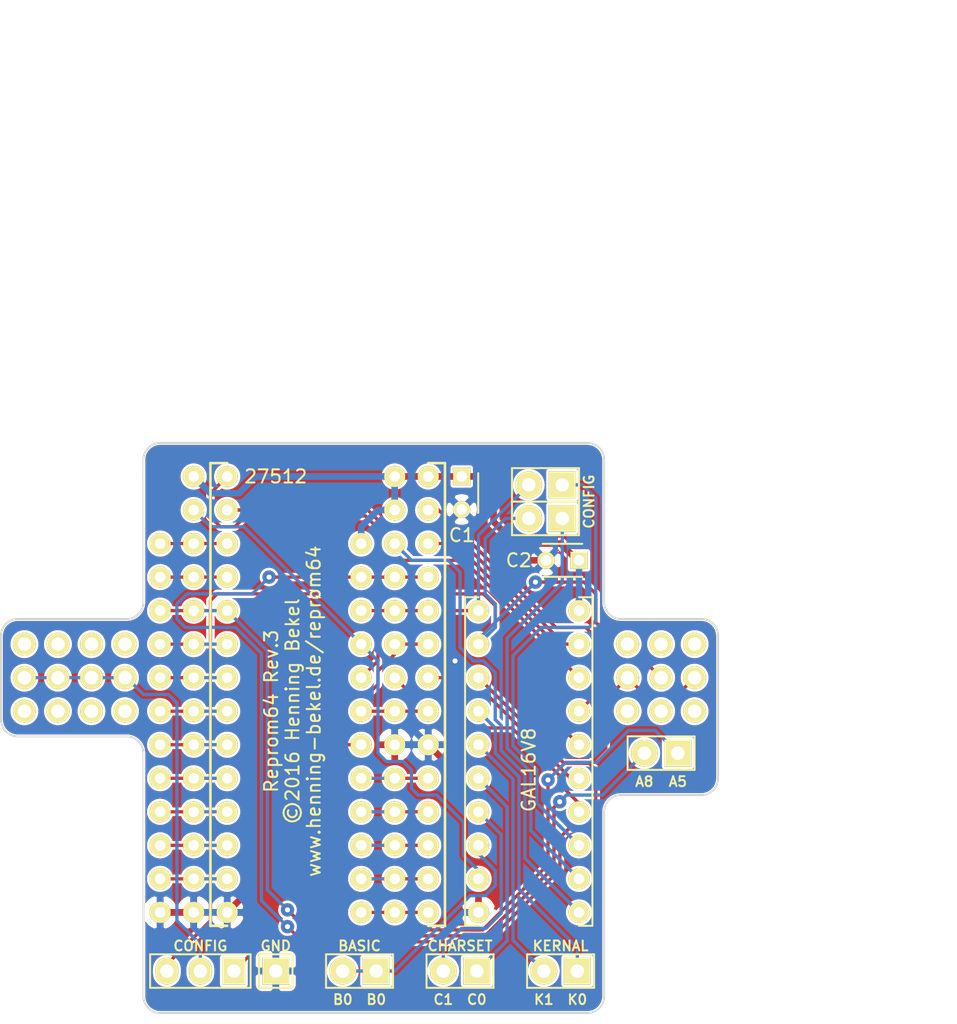
<source format=kicad_pcb>
(kicad_pcb (version 4) (host pcbnew 4.0.2-stable)
  (title_block (title "Reprom64 - Replacement ROM Adapter for the C64") (date 2016-07-28) (rev 3) (company "Henning Bekel") (comment 1 http://www.henning-bekel.de/reprom64))
  (layers (0 F.Cu signal) (31 B.Cu signal) (34 B.Paste user) (35 F.Paste user) (36 B.SilkS user) (37 F.SilkS user) (38 B.Mask user) (39 F.Mask user) (44 Edge.Cuts user))
  (net 0 "")
  (net 1 VCC)
  (net 2 GND)
  (net 3 /A7)
  (net 4 /A6)
  (net 5 /A5)
  (net 6 /BA12)
  (net 7 /A4)
  (net 8 /A3)
  (net 9 /A2)
  (net 10 /A1)
  (net 11 /A0)
  (net 12 /D0)
  (net 13 /D1)
  (net 14 /D2)
  (net 15 /D3)
  (net 16 /D4)
  (net 17 /D5)
  (net 18 /D6)
  (net 19 /D7)
  (net 20 /A10)
  (net 21 /KBS)
  (net 22 /A11)
  (net 23 /A9)
  (net 24 /A8)
  (net 25 /BA14)
  (net 26 "Net-(P3-Pad1)")
  (net 27 /BS)
  (net 28 "Net-(P4-Pad1)")
  (net 29 /CS)
  (net 30 "Net-(P4-Pad3)")
  (net 31 /K0)
  (net 32 /K1)
  (net 33 /C0)
  (net 34 /C1)
  (net 35 /B0)
  (net 36 /A15)
  (net 37 /A12)
  (net 38 /OE)
  (net 39 /A13)
  (net 40 /A14)
  (net 41 /KS)
  (net 42 /BCS)
  (net 43 /CKS)
  (net 44 /CBS)
  (net 45 "Net-(P3-Pad3)")
  (net 46 "Net-(P8-Pad1)")
  (net 47 "Net-(P8-Pad3)")
  (net 48 "Net-(P9-Pad1)")
  (net 49 "Net-(P9-Pad3)")
  (net 50 "Net-(P10-Pad1)")
  (net 51 "Net-(P10-Pad3)")
  (net 52 "Net-(P11-Pad1)")
  (net 53 "Net-(P11-Pad3)")
  (net 54 "Net-(P12-Pad1)")
  (net 55 "Net-(P12-Pad3)")
  (module Capacitors_ThroughHole:C_Disc_D3_P2.5 (layer F.Cu) (at 146.177 78.74 270)
    (fp_text reference C1 (at 4.445 0 360) (layer F.SilkS))
    (fp_text value 100nF)
    (pad 1 thru_hole rect (at 0 0 270) (size 1.3 1.3) (drill 0.8) (layers *.Cu *.Mask F.SilkS) (net 1 VCC))
    (pad 2 thru_hole circle (at 2.5 0 270) (size 1.3 1.3) (drill 0.8001) (layers *.Cu *.Mask F.SilkS) (net 2 GND))
  )
  (module Capacitors_ThroughHole:C_Disc_D3_P2.5 (layer F.Cu) (at 155.067 85.09 180)
    (fp_text reference C2 (at 4.572 0 180) (layer F.SilkS))
    (fp_text value 100nF)
    (pad 1 thru_hole rect (at 0 0 180) (size 1.3 1.3) (drill 0.8) (layers *.Cu *.Mask F.SilkS) (net 1 VCC))
    (pad 2 thru_hole circle (at 2.5 0 180) (size 1.3 1.3) (drill 0.8001) (layers *.Cu *.Mask F.SilkS) (net 2 GND))
  )
  (module custom:DIP-28_W15.24mm (layer F.Cu) (at 125.857 78.74)
    (fp_text reference P2 hide)
    (fp_text value KERNAL_AND_BASIC_SOCKET)
    (pad 1 thru_hole oval (at 0 0) (size 1.6 1.6) (drill 0.8) (layers *.Cu *.Mask F.SilkS) (net 1 VCC))
    (pad 2 thru_hole oval (at 0 2.54) (size 1.6 1.6) (drill 0.8) (layers *.Cu *.Mask F.SilkS) (net 6 /BA12))
    (pad 3 thru_hole oval (at 0 5.08) (size 1.6 1.6) (drill 0.8) (layers *.Cu *.Mask F.SilkS) (net 3 /A7))
    (pad 4 thru_hole oval (at 0 7.62) (size 1.6 1.6) (drill 0.8) (layers *.Cu *.Mask F.SilkS) (net 4 /A6))
    (pad 5 thru_hole oval (at 0 10.16) (size 1.6 1.6) (drill 0.8) (layers *.Cu *.Mask F.SilkS) (net 5 /A5))
    (pad 6 thru_hole oval (at 0 12.7) (size 1.6 1.6) (drill 0.8) (layers *.Cu *.Mask F.SilkS) (net 7 /A4))
    (pad 7 thru_hole oval (at 0 15.24) (size 1.6 1.6) (drill 0.8) (layers *.Cu *.Mask F.SilkS) (net 8 /A3))
    (pad 8 thru_hole oval (at 0 17.78) (size 1.6 1.6) (drill 0.8) (layers *.Cu *.Mask F.SilkS) (net 9 /A2))
    (pad 9 thru_hole oval (at 0 20.32) (size 1.6 1.6) (drill 0.8) (layers *.Cu *.Mask F.SilkS) (net 10 /A1))
    (pad 10 thru_hole oval (at 0 22.86) (size 1.6 1.6) (drill 0.8) (layers *.Cu *.Mask F.SilkS) (net 11 /A0))
    (pad 11 thru_hole oval (at 0 25.4) (size 1.6 1.6) (drill 0.8) (layers *.Cu *.Mask F.SilkS) (net 12 /D0))
    (pad 12 thru_hole oval (at 0 27.94) (size 1.6 1.6) (drill 0.8) (layers *.Cu *.Mask F.SilkS) (net 13 /D1))
    (pad 13 thru_hole oval (at 0 30.48) (size 1.6 1.6) (drill 0.8) (layers *.Cu *.Mask F.SilkS) (net 14 /D2))
    (pad 14 thru_hole oval (at 0 33.02) (size 1.6 1.6) (drill 0.8) (layers *.Cu *.Mask F.SilkS) (net 2 GND))
    (pad 15 thru_hole oval (at 15.24 33.02) (size 1.6 1.6) (drill 0.8) (layers *.Cu *.Mask F.SilkS) (net 15 /D3))
    (pad 16 thru_hole oval (at 15.24 30.48) (size 1.6 1.6) (drill 0.8) (layers *.Cu *.Mask F.SilkS) (net 16 /D4))
    (pad 17 thru_hole oval (at 15.24 27.94) (size 1.6 1.6) (drill 0.8) (layers *.Cu *.Mask F.SilkS) (net 17 /D5))
    (pad 18 thru_hole oval (at 15.24 25.4) (size 1.6 1.6) (drill 0.8) (layers *.Cu *.Mask F.SilkS) (net 18 /D6))
    (pad 19 thru_hole oval (at 15.24 22.86) (size 1.6 1.6) (drill 0.8) (layers *.Cu *.Mask F.SilkS) (net 19 /D7))
    (pad 20 thru_hole oval (at 15.24 20.32) (size 1.6 1.6) (drill 0.8) (layers *.Cu *.Mask F.SilkS) (net 2 GND))
    (pad 21 thru_hole oval (at 15.24 17.78) (size 1.6 1.6) (drill 0.8) (layers *.Cu *.Mask F.SilkS) (net 20 /A10))
    (pad 22 thru_hole oval (at 15.24 15.24) (size 1.6 1.6) (drill 0.8) (layers *.Cu *.Mask F.SilkS) (net 21 /KBS))
    (pad 23 thru_hole oval (at 15.24 12.7) (size 1.6 1.6) (drill 0.8) (layers *.Cu *.Mask F.SilkS) (net 22 /A11))
    (pad 24 thru_hole oval (at 15.24 10.16) (size 1.6 1.6) (drill 0.8) (layers *.Cu *.Mask F.SilkS) (net 23 /A9))
    (pad 25 thru_hole oval (at 15.24 7.62) (size 1.6 1.6) (drill 0.8) (layers *.Cu *.Mask F.SilkS) (net 24 /A8))
    (pad 26 thru_hole oval (at 15.24 5.08) (size 1.6 1.6) (drill 0.8) (layers *.Cu *.Mask F.SilkS) (net 25 /BA14))
    (pad 27 thru_hole oval (at 15.24 2.54) (size 1.6 1.6) (drill 0.8) (layers *.Cu *.Mask F.SilkS) (net 1 VCC))
    (pad 28 thru_hole oval (at 15.24 0) (size 1.6 1.6) (drill 0.8) (layers *.Cu *.Mask F.SilkS) (net 1 VCC))
  )
  (module custom:DIP-28_W15.24mm (layer F.Cu) (at 128.397 78.74)
    (fp_text reference U1 hide)
    (fp_text value 27512 (at 3.683 0) (layer F.SilkS))
    (pad 1 thru_hole oval (at 0 0) (size 1.6 1.6) (drill 0.8) (layers *.Cu *.Mask F.SilkS) (net 36 /A15))
    (pad 2 thru_hole oval (at 0 2.54) (size 1.6 1.6) (drill 0.8) (layers *.Cu *.Mask F.SilkS) (net 37 /A12))
    (pad 3 thru_hole oval (at 0 5.08) (size 1.6 1.6) (drill 0.8) (layers *.Cu *.Mask F.SilkS) (net 3 /A7))
    (pad 4 thru_hole oval (at 0 7.62) (size 1.6 1.6) (drill 0.8) (layers *.Cu *.Mask F.SilkS) (net 4 /A6))
    (pad 5 thru_hole oval (at 0 10.16) (size 1.6 1.6) (drill 0.8) (layers *.Cu *.Mask F.SilkS) (net 5 /A5))
    (pad 6 thru_hole oval (at 0 12.7) (size 1.6 1.6) (drill 0.8) (layers *.Cu *.Mask F.SilkS) (net 7 /A4))
    (pad 7 thru_hole oval (at 0 15.24) (size 1.6 1.6) (drill 0.8) (layers *.Cu *.Mask F.SilkS) (net 8 /A3))
    (pad 8 thru_hole oval (at 0 17.78) (size 1.6 1.6) (drill 0.8) (layers *.Cu *.Mask F.SilkS) (net 9 /A2))
    (pad 9 thru_hole oval (at 0 20.32) (size 1.6 1.6) (drill 0.8) (layers *.Cu *.Mask F.SilkS) (net 10 /A1))
    (pad 10 thru_hole oval (at 0 22.86) (size 1.6 1.6) (drill 0.8) (layers *.Cu *.Mask F.SilkS) (net 11 /A0))
    (pad 11 thru_hole oval (at 0 25.4) (size 1.6 1.6) (drill 0.8) (layers *.Cu *.Mask F.SilkS) (net 12 /D0))
    (pad 12 thru_hole oval (at 0 27.94) (size 1.6 1.6) (drill 0.8) (layers *.Cu *.Mask F.SilkS) (net 13 /D1))
    (pad 13 thru_hole oval (at 0 30.48) (size 1.6 1.6) (drill 0.8) (layers *.Cu *.Mask F.SilkS) (net 14 /D2))
    (pad 14 thru_hole oval (at 0 33.02) (size 1.6 1.6) (drill 0.8) (layers *.Cu *.Mask F.SilkS) (net 2 GND))
    (pad 15 thru_hole oval (at 15.24 33.02) (size 1.6 1.6) (drill 0.8) (layers *.Cu *.Mask F.SilkS) (net 15 /D3))
    (pad 16 thru_hole oval (at 15.24 30.48) (size 1.6 1.6) (drill 0.8) (layers *.Cu *.Mask F.SilkS) (net 16 /D4))
    (pad 17 thru_hole oval (at 15.24 27.94) (size 1.6 1.6) (drill 0.8) (layers *.Cu *.Mask F.SilkS) (net 17 /D5))
    (pad 18 thru_hole oval (at 15.24 25.4) (size 1.6 1.6) (drill 0.8) (layers *.Cu *.Mask F.SilkS) (net 18 /D6))
    (pad 19 thru_hole oval (at 15.24 22.86) (size 1.6 1.6) (drill 0.8) (layers *.Cu *.Mask F.SilkS) (net 19 /D7))
    (pad 20 thru_hole oval (at 15.24 20.32) (size 1.6 1.6) (drill 0.8) (layers *.Cu *.Mask F.SilkS) (net 2 GND))
    (pad 21 thru_hole oval (at 15.24 17.78) (size 1.6 1.6) (drill 0.8) (layers *.Cu *.Mask F.SilkS) (net 20 /A10))
    (pad 22 thru_hole oval (at 15.24 15.24) (size 1.6 1.6) (drill 0.8) (layers *.Cu *.Mask F.SilkS) (net 38 /OE))
    (pad 23 thru_hole oval (at 15.24 12.7) (size 1.6 1.6) (drill 0.8) (layers *.Cu *.Mask F.SilkS) (net 22 /A11))
    (pad 24 thru_hole oval (at 15.24 10.16) (size 1.6 1.6) (drill 0.8) (layers *.Cu *.Mask F.SilkS) (net 23 /A9))
    (pad 25 thru_hole oval (at 15.24 7.62) (size 1.6 1.6) (drill 0.8) (layers *.Cu *.Mask F.SilkS) (net 24 /A8))
    (pad 26 thru_hole oval (at 15.24 5.08) (size 1.6 1.6) (drill 0.8) (layers *.Cu *.Mask F.SilkS) (net 39 /A13))
    (pad 27 thru_hole oval (at 15.24 2.54) (size 1.6 1.6) (drill 0.8) (layers *.Cu *.Mask F.SilkS) (net 40 /A14))
    (pad 28 thru_hole oval (at 15.24 0) (size 1.6 1.6) (drill 0.8) (layers *.Cu *.Mask F.SilkS) (net 1 VCC))
  )
  (module custom:DIP-24_W15.24mm (layer F.Cu) (at 123.317 83.82)
    (fp_text reference P1 hide)
    (fp_text value KERNAL_SOCKET)
    (pad 1 thru_hole oval (at 0 0) (size 1.6 1.6) (drill 0.8) (layers *.Cu *.Mask F.SilkS) (net 3 /A7))
    (pad 2 thru_hole oval (at 0 2.54) (size 1.6 1.6) (drill 0.8) (layers *.Cu *.Mask F.SilkS) (net 4 /A6))
    (pad 3 thru_hole oval (at 0 5.08) (size 1.6 1.6) (drill 0.8) (layers *.Cu *.Mask F.SilkS) (net 5 /A5))
    (pad 4 thru_hole oval (at 0 7.62) (size 1.6 1.6) (drill 0.8) (layers *.Cu *.Mask F.SilkS) (net 7 /A4))
    (pad 5 thru_hole oval (at 0 10.16) (size 1.6 1.6) (drill 0.8) (layers *.Cu *.Mask F.SilkS) (net 8 /A3))
    (pad 6 thru_hole oval (at 0 12.7) (size 1.6 1.6) (drill 0.8) (layers *.Cu *.Mask F.SilkS) (net 9 /A2))
    (pad 7 thru_hole oval (at 0 15.24) (size 1.6 1.6) (drill 0.8) (layers *.Cu *.Mask F.SilkS) (net 10 /A1))
    (pad 8 thru_hole oval (at 0 17.78) (size 1.6 1.6) (drill 0.8) (layers *.Cu *.Mask F.SilkS) (net 11 /A0))
    (pad 9 thru_hole oval (at 0 20.32) (size 1.6 1.6) (drill 0.8) (layers *.Cu *.Mask F.SilkS) (net 12 /D0))
    (pad 10 thru_hole oval (at 0 22.86) (size 1.6 1.6) (drill 0.8) (layers *.Cu *.Mask F.SilkS) (net 13 /D1))
    (pad 11 thru_hole oval (at 0 25.4) (size 1.6 1.6) (drill 0.8) (layers *.Cu *.Mask F.SilkS) (net 14 /D2))
    (pad 12 thru_hole oval (at 0 27.94) (size 1.6 1.6) (drill 0.8) (layers *.Cu *.Mask F.SilkS) (net 2 GND))
    (pad 13 thru_hole oval (at 15.24 27.94) (size 1.6 1.6) (drill 0.8) (layers *.Cu *.Mask F.SilkS) (net 15 /D3))
    (pad 14 thru_hole oval (at 15.24 25.4) (size 1.6 1.6) (drill 0.8) (layers *.Cu *.Mask F.SilkS) (net 16 /D4))
    (pad 15 thru_hole oval (at 15.24 22.86) (size 1.6 1.6) (drill 0.8) (layers *.Cu *.Mask F.SilkS) (net 17 /D5))
    (pad 16 thru_hole oval (at 15.24 20.32) (size 1.6 1.6) (drill 0.8) (layers *.Cu *.Mask F.SilkS) (net 18 /D6))
    (pad 17 thru_hole oval (at 15.24 17.78) (size 1.6 1.6) (drill 0.8) (layers *.Cu *.Mask F.SilkS) (net 19 /D7))
    (pad 18 thru_hole oval (at 15.24 15.24) (size 1.6 1.6) (drill 0.8) (layers *.Cu *.Mask F.SilkS) (net 22 /A11))
    (pad 19 thru_hole oval (at 15.24 12.7) (size 1.6 1.6) (drill 0.8) (layers *.Cu *.Mask F.SilkS) (net 20 /A10))
    (pad 20 thru_hole oval (at 15.24 10.16) (size 1.6 1.6) (drill 0.8) (layers *.Cu *.Mask F.SilkS) (net 41 /KS))
    (pad 21 thru_hole oval (at 15.24 7.62) (size 1.6 1.6) (drill 0.8) (layers *.Cu *.Mask F.SilkS) (net 6 /BA12))
    (pad 22 thru_hole oval (at 15.24 5.08) (size 1.6 1.6) (drill 0.8) (layers *.Cu *.Mask F.SilkS) (net 23 /A9))
    (pad 23 thru_hole oval (at 15.24 2.54) (size 1.6 1.6) (drill 0.8) (layers *.Cu *.Mask F.SilkS) (net 24 /A8))
    (pad 24 thru_hole oval (at 15.24 0) (size 1.6 1.6) (drill 0.8) (layers *.Cu *.Mask F.SilkS) (net 1 VCC))
  )
  (module custom:Pin_Header_Straight_1x03 (layer F.Cu) (at 113.03 91.44)
    (fp_text reference P3 hide)
    (fp_text value ANCIENT_LEFT)
    (pad 1 thru_hole circle (at 0 0) (size 1.7272 1.7272) (drill 1.016) (layers *.Cu *.Mask F.SilkS) (net 26 "Net-(P3-Pad1)"))
    (pad 2 thru_hole circle (at 0 2.54) (size 1.7272 1.7272) (drill 1.016) (layers *.Cu *.Mask F.SilkS) (net 42 /BCS))
    (pad 3 thru_hole circle (at 0 5.08) (size 1.7272 1.7272) (drill 1.016) (layers *.Cu *.Mask F.SilkS) (net 45 "Net-(P3-Pad3)"))
  )
  (module custom:Pin_Header_Straight_1x03 (layer F.Cu) (at 158.75 91.44)
    (fp_text reference P4 hide)
    (fp_text value OLD_RIGHT)
    (pad 1 thru_hole circle (at 0 0) (size 1.7272 1.7272) (drill 1.016) (layers *.Cu *.Mask F.SilkS) (net 28 "Net-(P4-Pad1)"))
    (pad 2 thru_hole circle (at 0 2.54) (size 1.7272 1.7272) (drill 1.016) (layers *.Cu *.Mask F.SilkS) (net 29 /CS))
    (pad 3 thru_hole circle (at 0 5.08) (size 1.7272 1.7272) (drill 1.016) (layers *.Cu *.Mask F.SilkS) (net 30 "Net-(P4-Pad3)"))
  )
  (module custom:Pin_Header_Straight_1x03 (layer F.Cu) (at 115.57 91.44)
    (fp_text reference P8 hide)
    (fp_text value SX64_LEFT)
    (pad 1 thru_hole circle (at 0 0) (size 1.7272 1.7272) (drill 1.016) (layers *.Cu *.Mask F.SilkS) (net 46 "Net-(P8-Pad1)"))
    (pad 2 thru_hole circle (at 0 2.54) (size 1.7272 1.7272) (drill 1.016) (layers *.Cu *.Mask F.SilkS) (net 42 /BCS))
    (pad 3 thru_hole circle (at 0 5.08) (size 1.7272 1.7272) (drill 1.016) (layers *.Cu *.Mask F.SilkS) (net 47 "Net-(P8-Pad3)"))
  )
  (module custom:Pin_Header_Straight_1x03 (layer F.Cu) (at 118.11 91.44)
    (fp_text reference P9 hide)
    (fp_text value OLD_LEFT)
    (pad 1 thru_hole circle (at 0 0) (size 1.7272 1.7272) (drill 1.016) (layers *.Cu *.Mask F.SilkS) (net 48 "Net-(P9-Pad1)"))
    (pad 2 thru_hole circle (at 0 2.54) (size 1.7272 1.7272) (drill 1.016) (layers *.Cu *.Mask F.SilkS) (net 42 /BCS))
    (pad 3 thru_hole circle (at 0 5.08) (size 1.7272 1.7272) (drill 1.016) (layers *.Cu *.Mask F.SilkS) (net 49 "Net-(P9-Pad3)"))
  )
  (module custom:Pin_Header_Straight_1x03 (layer F.Cu) (at 120.65 91.44)
    (fp_text reference P10 hide)
    (fp_text value NEW_LEFT)
    (pad 1 thru_hole circle (at 0 0) (size 1.7272 1.7272) (drill 1.016) (layers *.Cu *.Mask F.SilkS) (net 50 "Net-(P10-Pad1)"))
    (pad 2 thru_hole circle (at 0 2.54) (size 1.7272 1.7272) (drill 1.016) (layers *.Cu *.Mask F.SilkS) (net 42 /BCS))
    (pad 3 thru_hole circle (at 0 5.08) (size 1.7272 1.7272) (drill 1.016) (layers *.Cu *.Mask F.SilkS) (net 51 "Net-(P10-Pad3)"))
  )
  (module custom:Pin_Header_Straight_1x03 (layer F.Cu) (at 161.29 91.44)
    (fp_text reference P11 hide)
    (fp_text value SX64_RIGHT)
    (pad 1 thru_hole circle (at 0 0) (size 1.7272 1.7272) (drill 1.016) (layers *.Cu *.Mask F.SilkS) (net 52 "Net-(P11-Pad1)"))
    (pad 2 thru_hole circle (at 0 2.54) (size 1.7272 1.7272) (drill 1.016) (layers *.Cu *.Mask F.SilkS) (net 27 /BS))
    (pad 3 thru_hole circle (at 0 5.08) (size 1.7272 1.7272) (drill 1.016) (layers *.Cu *.Mask F.SilkS) (net 53 "Net-(P11-Pad3)"))
  )
  (module custom:Pin_Header_Straight_1x03 (layer F.Cu) (at 163.83 91.44)
    (fp_text reference P12 hide)
    (fp_text value ANCIENT_RIGHT)
    (pad 1 thru_hole circle (at 0 0) (size 1.7272 1.7272) (drill 1.016) (layers *.Cu *.Mask F.SilkS) (net 54 "Net-(P12-Pad1)"))
    (pad 2 thru_hole circle (at 0 2.54) (size 1.7272 1.7272) (drill 1.016) (layers *.Cu *.Mask F.SilkS) (net 29 /CS))
    (pad 3 thru_hole circle (at 0 5.08) (size 1.7272 1.7272) (drill 1.016) (layers *.Cu *.Mask F.SilkS) (net 55 "Net-(P12-Pad3)"))
  )
  (module custom:Pin_Header_Straight_1x02 (layer F.Cu) (at 139.7 116.205 270)
    (fp_text reference P7 hide)
    (fp_text value BASIC)
    (pad 1 thru_hole rect (at 0 0 270) (size 2.032 2.032) (drill 1.016) (layers *.Cu *.Mask F.SilkS) (net 35 /B0))
    (pad 2 thru_hole oval (at 0 2.54 270) (size 2.032 2.032) (drill 1.016) (layers *.Cu *.Mask F.SilkS) (net 35 /B0))
  )
  (module custom:Pin_Header_Straight_1x02 (layer F.Cu) (at 147.32 116.205 270)
    (fp_text reference P6 hide)
    (fp_text value CHARSET)
    (pad 1 thru_hole rect (at 0 0 270) (size 2.032 2.032) (drill 1.016) (layers *.Cu *.Mask F.SilkS) (net 33 /C0))
    (pad 2 thru_hole oval (at 0 2.54 270) (size 2.032 2.032) (drill 1.016) (layers *.Cu *.Mask F.SilkS) (net 34 /C1))
  )
  (module custom:Pin_Header_Straight_1x02 (layer F.Cu) (at 154.94 116.205 270)
    (fp_text reference P5 hide)
    (fp_text value KERNAL)
    (pad 1 thru_hole rect (at 0 0 270) (size 2.032 2.032) (drill 1.016) (layers *.Cu *.Mask F.SilkS) (net 31 /K0))
    (pad 2 thru_hole oval (at 0 2.54 270) (size 2.032 2.032) (drill 1.016) (layers *.Cu *.Mask F.SilkS) (net 32 /K1))
  )
  (module custom:Pin_Header_Straight_1x02 (layer F.Cu) (at 153.797 79.375 270)
    (fp_text reference JP2 hide)
    (fp_text value JUMPER)
    (pad 1 thru_hole rect (at 0 0 270) (size 2.032 2.032) (drill 1.016) (layers *.Cu *.Mask F.SilkS) (net 43 /CKS))
    (pad 2 thru_hole oval (at 0 2.54 270) (size 2.032 2.032) (drill 1.016) (layers *.Cu *.Mask F.SilkS) (net 41 /KS))
  )
  (module custom:Pin_Header_Straight_1x02 (layer F.Cu) (at 153.797 81.915 270)
    (fp_text reference JP3 hide)
    (fp_text value JUMPER)
    (pad 1 thru_hole rect (at 0 0 270) (size 2.032 2.032) (drill 1.016) (layers *.Cu *.Mask F.SilkS) (net 44 /CBS))
    (pad 2 thru_hole oval (at 0 2.54 270) (size 2.032 2.032) (drill 1.016) (layers *.Cu *.Mask F.SilkS) (net 27 /BS))
  )
  (module custom:DIP-20_W7.62mm (layer F.Cu) (at 147.447 88.9)
    (fp_text reference U2 hide)
    (fp_text value GAL16V8 (at 3.81 12.065 90) (layer F.SilkS))
    (pad 1 thru_hole oval (at 0 0) (size 1.6 1.6) (drill 0.8) (layers *.Cu *.Mask F.SilkS) (net 41 /KS))
    (pad 2 thru_hole oval (at 0 2.54) (size 1.6 1.6) (drill 0.8) (layers *.Cu *.Mask F.SilkS) (net 27 /BS))
    (pad 3 thru_hole oval (at 0 5.08) (size 1.6 1.6) (drill 0.8) (layers *.Cu *.Mask F.SilkS) (net 29 /CS))
    (pad 4 thru_hole oval (at 0 7.62) (size 1.6 1.6) (drill 0.8) (layers *.Cu *.Mask F.SilkS) (net 31 /K0))
    (pad 5 thru_hole oval (at 0 10.16) (size 1.6 1.6) (drill 0.8) (layers *.Cu *.Mask F.SilkS) (net 32 /K1))
    (pad 6 thru_hole oval (at 0 12.7) (size 1.6 1.6) (drill 0.8) (layers *.Cu *.Mask F.SilkS) (net 33 /C0))
    (pad 7 thru_hole oval (at 0 15.24) (size 1.6 1.6) (drill 0.8) (layers *.Cu *.Mask F.SilkS) (net 34 /C1))
    (pad 8 thru_hole oval (at 0 17.78) (size 1.6 1.6) (drill 0.8) (layers *.Cu *.Mask F.SilkS) (net 35 /B0))
    (pad 9 thru_hole oval (at 0 20.32) (size 1.6 1.6) (drill 0.8) (layers *.Cu *.Mask F.SilkS) (net 6 /BA12))
    (pad 10 thru_hole oval (at 0 22.86) (size 1.6 1.6) (drill 0.8) (layers *.Cu *.Mask F.SilkS) (net 2 GND))
    (pad 11 thru_hole oval (at 7.62 22.86) (size 1.6 1.6) (drill 0.8) (layers *.Cu *.Mask F.SilkS) (net 25 /BA14))
    (pad 12 thru_hole oval (at 7.62 20.32) (size 1.6 1.6) (drill 0.8) (layers *.Cu *.Mask F.SilkS) (net 44 /CBS))
    (pad 13 thru_hole oval (at 7.62 17.78) (size 1.6 1.6) (drill 0.8) (layers *.Cu *.Mask F.SilkS) (net 43 /CKS))
    (pad 14 thru_hole oval (at 7.62 15.24) (size 1.6 1.6) (drill 0.8) (layers *.Cu *.Mask F.SilkS) (net 21 /KBS))
    (pad 15 thru_hole oval (at 7.62 12.7) (size 1.6 1.6) (drill 0.8) (layers *.Cu *.Mask F.SilkS) (net 38 /OE))
    (pad 16 thru_hole oval (at 7.62 10.16) (size 1.6 1.6) (drill 0.8) (layers *.Cu *.Mask F.SilkS) (net 36 /A15))
    (pad 17 thru_hole oval (at 7.62 7.62) (size 1.6 1.6) (drill 0.8) (layers *.Cu *.Mask F.SilkS) (net 40 /A14))
    (pad 18 thru_hole oval (at 7.62 5.08) (size 1.6 1.6) (drill 0.8) (layers *.Cu *.Mask F.SilkS) (net 39 /A13))
    (pad 19 thru_hole oval (at 7.62 2.54) (size 1.6 1.6) (drill 0.8) (layers *.Cu *.Mask F.SilkS) (net 37 /A12))
    (pad 20 thru_hole oval (at 7.62 0) (size 1.6 1.6) (drill 0.8) (layers *.Cu *.Mask F.SilkS) (net 1 VCC))
  )
  (module custom:Pin_Header_Straight_1x03_simple (layer F.Cu) (at 128.905 116.205 270)
    (fp_text reference JP1 hide)
    (fp_text value JUMPER3)
    (pad 1 thru_hole rect (at 0 0 270) (size 2.032 1.7272) (drill 1.016) (layers *.Cu *.Mask F.SilkS) (net 29 /CS))
    (pad 2 thru_hole oval (at 0 2.54 270) (size 2.032 1.7272) (drill 1.016) (layers *.Cu *.Mask F.SilkS) (net 42 /BCS))
    (pad 3 thru_hole oval (at 0 5.08 270) (size 2.032 1.7272) (drill 1.016) (layers *.Cu *.Mask F.SilkS) (net 27 /BS))
  )
  (module custom:Pin_Header_Straight_1x01 (layer F.Cu) (at 132.08 116.205)
    (fp_text reference P13 hide)
    (fp_text value GND)
    (pad 1 thru_hole rect (at 0 0) (size 2.032 2.032) (drill 1.016) (layers *.Cu *.Mask F.SilkS) (net 2 GND))
  )
  (module custom:Pin_Header_Straight_1x02 (layer F.Cu) (at 162.56 99.695 270)
    (fp_text reference P14 hide)
    (fp_text value AUX)
    (pad 1 thru_hole rect (at 0 0 270) (size 2.032 2.032) (drill 1.016) (layers *.Cu *.Mask F.SilkS) (net 5 /A5))
    (pad 2 thru_hole oval (at 0 2.54 270) (size 2.032 2.032) (drill 1.016) (layers *.Cu *.Mask F.SilkS) (net 24 /A8))
  )
  (gr_text K0 (at 154.94 118.364) (layer F.SilkS) (effects (font (size 0.75 0.75))))
  (gr_text K1 (at 152.4 118.364) (layer F.SilkS) (effects (font (size 0.75 0.75))))
  (gr_text C0 (at 147.32 118.364) (layer F.SilkS) (effects (font (size 0.75 0.75))))
  (gr_text C1 (at 144.78 118.364) (layer F.SilkS) (effects (font (size 0.75 0.75))))
  (gr_text B0 (at 139.7 118.364) (layer F.SilkS) (effects (font (size 0.75 0.75))))
  (gr_text B0 (at 137.16 118.364) (layer F.SilkS) (effects (font (size 0.75 0.75))))
  (gr_line (start 156.972 112.522) (end 156.972 104.14) (angle 90) (layer Edge.Cuts) (width 0.15))
  (gr_line (start 165.608 97.155) (end 165.608 101.6) (angle 90) (layer Edge.Cuts) (width 0.15))
  (gr_line (start 156.972 118.11) (end 156.972 116.84) (angle 90) (layer Edge.Cuts) (width 0.15))
  (gr_line (start 122.047 118.11) (end 122.047 116.84) (angle 90) (layer Edge.Cuts) (width 0.15))
  (gr_line (start 156.972 78.74) (end 156.972 77.47) (angle 90) (layer Edge.Cuts) (width 0.15))
  (gr_line (start 122.047 78.74) (end 122.047 77.47) (angle 90) (layer Edge.Cuts) (width 0.15))
  (gr_text A8 (at 160.02 101.854) (layer F.SilkS) (effects (font (size 0.75 0.75))))
  (gr_text A5 (at 162.56 101.854) (layer F.SilkS) (effects (font (size 0.75 0.75))))
  (gr_line (start 156.972 116.84) (end 156.972 112.522) (angle 90) (layer Edge.Cuts) (width 0.15))
  (gr_line (start 123.317 76.2) (end 155.702 76.2) (angle 90) (layer Edge.Cuts) (width 0.15))
  (gr_line (start 122.047 88.265) (end 122.047 78.74) (angle 90) (layer Edge.Cuts) (width 0.15))
  (gr_arc (start 123.317 77.47) (end 122.047 77.47) (angle 90) (layer Edge.Cuts) (width 0.15))
  (gr_line (start 156.972 88.265) (end 156.972 78.74) (angle 90) (layer Edge.Cuts) (width 0.15))
  (gr_arc (start 155.702 77.47) (end 155.702 76.2) (angle 90) (layer Edge.Cuts) (width 0.15))
  (gr_line (start 155.702 119.38) (end 123.317 119.38) (angle 90) (layer Edge.Cuts) (width 0.15))
  (gr_arc (start 155.702 118.11) (end 156.972 118.11) (angle 90) (layer Edge.Cuts) (width 0.15))
  (gr_line (start 122.047 116.84) (end 122.047 99.695) (angle 90) (layer Edge.Cuts) (width 0.15))
  (gr_arc (start 123.317 118.11) (end 123.317 119.38) (angle 90) (layer Edge.Cuts) (width 0.15))
  (gr_line (start 116.332 98.425) (end 120.777 98.425) (angle 90) (layer Edge.Cuts) (width 0.15))
  (gr_arc (start 120.777 99.695) (end 120.777 98.425) (angle 90) (layer Edge.Cuts) (width 0.15))
  (gr_line (start 120.777 89.535) (end 112.522 89.535) (angle 90) (layer Edge.Cuts) (width 0.15))
  (gr_arc (start 120.777 88.265) (end 122.047 88.265) (angle 90) (layer Edge.Cuts) (width 0.15))
  (gr_line (start 158.242 102.87) (end 160.782 102.87) (angle 90) (layer Edge.Cuts) (width 0.15))
  (gr_arc (start 158.242 104.14) (end 156.972 104.14) (angle 90) (layer Edge.Cuts) (width 0.15))
  (gr_line (start 158.242 89.535) (end 160.782 89.535) (angle 90) (layer Edge.Cuts) (width 0.15))
  (gr_arc (start 158.242 88.265) (end 158.242 89.535) (angle 90) (layer Edge.Cuts) (width 0.15))
  (gr_line (start 164.338 89.535) (end 160.782 89.535) (angle 90) (layer Edge.Cuts) (width 0.15))
  (gr_line (start 165.608 97.155) (end 165.608 90.805) (angle 90) (layer Edge.Cuts) (width 0.15))
  (gr_arc (start 164.338 90.805) (end 164.338 89.535) (angle 90) (layer Edge.Cuts) (width 0.15))
  (gr_line (start 164.338 102.87) (end 160.782 102.87) (angle 90) (layer Edge.Cuts) (width 0.15))
  (gr_arc (start 164.338 101.6) (end 165.608 101.6) (angle 90) (layer Edge.Cuts) (width 0.15))
  (gr_line (start 112.522 98.425) (end 116.332 98.425) (angle 90) (layer Edge.Cuts) (width 0.15))
  (gr_line (start 111.252 97.155) (end 111.252 90.805) (angle 90) (layer Edge.Cuts) (width 0.15))
  (gr_arc (start 112.522 97.155) (end 112.522 98.425) (angle 90) (layer Edge.Cuts) (width 0.15))
  (gr_arc (start 112.522 90.805) (end 111.252 90.805) (angle 90) (layer Edge.Cuts) (width 0.15))
  (gr_text GND (at 132.08 114.3) (layer F.SilkS) (effects (font (size 0.75 0.75))))
  (gr_text "Reprom64 Rev.3\n©2016 Henning Bekel\nwww.henning-bekel.de/reprom64" (at 133.35 96.52 90) (layer F.SilkS) (effects (font (size 1 1))))
  (gr_text CONFIG (at 155.829 80.645 90) (layer F.SilkS) (effects (font (size 0.75 0.75))))
  (gr_text CONFIG (at 126.365 114.3) (layer F.SilkS) (effects (font (size 0.75 0.75))))
  (gr_text KERNAL (at 153.67 114.3) (layer F.SilkS) (effects (font (size 0.75 0.75))))
  (gr_text CHARSET (at 146.05 114.3) (layer F.SilkS) (effects (font (size 0.75 0.75))))
  (gr_line (start 144.907 112.776) (end 143.637 112.776) (angle 90) (layer F.SilkS) (width 0.2))
  (gr_line (start 127.127 112.776) (end 128.397 112.776) (angle 90) (layer F.SilkS) (width 0.2))
  (gr_line (start 144.907 77.724) (end 143.637 77.724) (angle 90) (layer F.SilkS) (width 0.2))
  (gr_line (start 127.127 77.724) (end 128.397 77.724) (angle 90) (layer F.SilkS) (width 0.2))
  (gr_line (start 144.907 112.776) (end 144.907 77.724) (angle 90) (layer F.SilkS) (width 0.2))
  (gr_line (start 127.127 112.776) (end 127.127 77.724) (angle 90) (layer F.SilkS) (width 0.2))
  (gr_text "BASIC\n" (at 138.43 114.3) (layer F.SilkS) (effects (font (size 0.75 0.75))))
  (segment (start 155.067 85.09) (end 154.94 85.09) (width 0.5) (layer F.Cu) (net 1))
  (segment (start 154.94 85.09) (end 153.67 83.82) (width 0.5) (layer F.Cu) (net 1))
  (segment (start 147.447 78.74) (end 146.177 78.74) (width 0.5) (layer F.Cu) (net 1))
  (segment (start 148.59 79.883) (end 147.447 78.74) (width 0.5) (layer F.Cu) (net 1))
  (segment (start 148.59 82.169) (end 148.59 79.883) (width 0.5) (layer F.Cu) (net 1))
  (segment (start 150.241 83.82) (end 148.59 82.169) (width 0.5) (layer F.Cu) (net 1))
  (segment (start 153.67 83.82) (end 150.241 83.82) (width 0.5) (layer F.Cu) (net 1))
  (segment (start 143.637 78.74) (end 146.177 78.74) (width 0.5) (layer F.Cu) (net 1))
  (segment (start 141.097 81.28) (end 141.097 78.74) (width 0.5) (layer B.Cu) (net 1))
  (segment (start 141.097 78.74) (end 130.556 78.74) (width 0.5) (layer B.Cu) (net 1))
  (segment (start 127.127 80.01) (end 129.286 80.01) (width 0.5) (layer B.Cu) (net 1))
  (segment (start 125.857 78.74) (end 127.127 80.01) (width 0.5) (layer B.Cu) (net 1))
  (segment (start 130.556 78.74) (end 129.286 80.01) (width 0.5) (layer B.Cu) (net 1))
  (segment (start 138.557 83.82) (end 138.557 82.55) (width 0.5) (layer B.Cu) (net 1))
  (segment (start 139.827 81.28) (end 141.097 81.28) (width 0.5) (layer B.Cu) (net 1))
  (segment (start 138.557 82.55) (end 139.827 81.28) (width 0.5) (layer B.Cu) (net 1))
  (segment (start 155.067 88.9) (end 155.067 85.09) (width 0.5) (layer B.Cu) (net 1))
  (segment (start 141.097 78.74) (end 143.637 78.74) (width 0.5) (layer F.Cu) (net 1))
  (segment (start 138.557 83.82) (end 138.557 82.5697) (width 0.5) (layer B.Cu) (net 1))
  (segment (start 143.637 78.74) (end 144.8873 78.74) (width 0.5) (layer F.Cu) (net 1))
  (segment (start 139.065 110.49) (end 129.667 110.49) (width 0.5) (layer F.Cu) (net 2))
  (segment (start 129.667 110.49) (end 128.397 111.76) (width 0.5) (layer F.Cu) (net 2))
  (segment (start 144.8873 110.4703) (end 144.8873 109.4937) (width 0.5) (layer F.Cu) (net 2))
  (segment (start 144.907 110.49) (end 144.8873 110.4703) (width 0.5) (layer F.Cu) (net 2))
  (segment (start 139.065 110.49) (end 144.907 110.49) (width 0.5) (layer F.Cu) (net 2))
  (segment (start 132.08 116.205) (end 132.08 114.427) (width 0.5) (layer B.Cu) (net 2))
  (segment (start 128.397 111.76) (end 130.175 111.76) (width 0.5) (layer B.Cu) (net 2))
  (segment (start 132.08 113.665) (end 132.08 116.205) (width 0.5) (layer B.Cu) (net 2))
  (segment (start 130.175 111.76) (end 132.08 113.665) (width 0.5) (layer B.Cu) (net 2))
  (segment (start 143.002 92.71) (end 145.669 92.71) (width 0.5) (layer B.Cu) (net 2))
  (segment (start 143.002 92.71) (end 145.669 92.71) (width 0.5) (layer B.Cu) (net 2))
  (segment (start 142.367 92.71) (end 143.002 92.71) (width 0.5) (layer B.Cu) (net 2))
  (via (at 145.669 92.71) (size 1.016) (drill 0.381) (layers F.Cu B.Cu) (net 2))
  (segment (start 142.367 88.265) (end 142.367 92.71) (width 0.5) (layer B.Cu) (net 2))
  (segment (start 142.367 92.71) (end 142.367 97.79) (width 0.5) (layer B.Cu) (net 2))
  (segment (start 141.097 87.63) (end 140.589 87.63) (width 0.5) (layer B.Cu) (net 2))
  (segment (start 140.589 87.63) (end 139.8466 86.8876) (width 0.5) (layer B.Cu) (net 2))
  (segment (start 141.732 87.63) (end 141.097 87.63) (width 0.5) (layer B.Cu) (net 2))
  (segment (start 142.367 88.265) (end 141.732 87.63) (width 0.5) (layer B.Cu) (net 2))
  (segment (start 146.177 81.24) (end 144.867 82.55) (width 0.5) (layer B.Cu) (net 2))
  (segment (start 139.8466 86.8876) (end 139.8466 83.2933) (width 0.5) (layer B.Cu) (net 2))
  (segment (start 139.8466 83.2933) (end 140.5899 82.55) (width 0.5) (layer B.Cu) (net 2))
  (segment (start 140.5899 82.55) (end 144.867 82.55) (width 0.5) (layer B.Cu) (net 2))
  (segment (start 142.367 97.79) (end 143.637 99.06) (width 0.5) (layer B.Cu) (net 2))
  (segment (start 143.637 99.06) (end 141.097 99.06) (width 0.5) (layer B.Cu) (net 2))
  (segment (start 143.637 99.06) (end 144.907 100.33) (width 0.5) (layer F.Cu) (net 2))
  (segment (start 144.907 101.6) (end 144.8873 101.6) (width 0.5) (layer F.Cu) (net 2))
  (segment (start 144.907 100.33) (end 144.907 101.6) (width 0.5) (layer F.Cu) (net 2))
  (segment (start 128.397 111.76) (end 125.857 111.76) (width 0.5) (layer B.Cu) (net 2))
  (segment (start 125.857 111.76) (end 123.317 111.76) (width 0.5) (layer F.Cu) (net 2))
  (segment (start 150.027 85.09) (end 152.567 85.09) (width 0.5) (layer F.Cu) (net 2))
  (segment (start 146.177 81.24) (end 150.027 85.09) (width 0.5) (layer F.Cu) (net 2))
  (segment (start 147.447 111.76) (end 146.1967 111.76) (width 0.5) (layer F.Cu) (net 2))
  (segment (start 144.8873 110.49) (end 144.9267 110.49) (width 0.5) (layer F.Cu) (net 2))
  (segment (start 144.9267 110.49) (end 146.1967 111.76) (width 0.5) (layer F.Cu) (net 2))
  (segment (start 144.8873 109.474) (end 144.8873 110.49) (width 0.5) (layer F.Cu) (net 2))
  (segment (start 144.8873 100.9354) (end 144.8873 101.6) (width 0.5) (layer F.Cu) (net 2))
  (segment (start 144.8873 101.6) (end 144.8873 109.474) (width 0.5) (layer F.Cu) (net 2))
  (segment (start 128.397 83.82) (end 125.857 83.82) (width 0.25) (layer F.Cu) (net 3))
  (segment (start 125.857 83.82) (end 123.317 83.82) (width 0.25) (layer F.Cu) (net 3))
  (segment (start 128.397 86.36) (end 125.857 86.36) (width 0.25) (layer F.Cu) (net 4))
  (segment (start 125.857 86.36) (end 123.317 86.36) (width 0.25) (layer F.Cu) (net 4))
  (segment (start 154.813 100.3935) (end 156.4005 100.3935) (width 0.25) (layer B.Cu) (net 5))
  (segment (start 160.8455 97.9805) (end 162.56 99.695) (width 0.25) (layer B.Cu) (net 5))
  (segment (start 158.8135 97.9805) (end 160.8455 97.9805) (width 0.25) (layer B.Cu) (net 5))
  (segment (start 156.4005 100.3935) (end 158.8135 97.9805) (width 0.25) (layer B.Cu) (net 5))
  (segment (start 146.939 113.087998) (end 147.770002 113.087998) (width 0.25) (layer F.Cu) (net 5))
  (segment (start 154.051 100.3935) (end 154.813 100.3935) (width 0.25) (layer B.Cu) (net 5))
  (segment (start 154.813 100.3935) (end 155.6385 100.3935) (width 0.25) (layer B.Cu) (net 5))
  (segment (start 152.7175 101.727) (end 154.051 100.3935) (width 0.25) (layer B.Cu) (net 5))
  (via (at 152.7175 101.727) (size 1.016) (drill 0.381) (layers F.Cu B.Cu) (net 5))
  (segment (start 152.7175 108.1405) (end 152.7175 101.727) (width 0.25) (layer F.Cu) (net 5))
  (segment (start 147.770002 113.087998) (end 152.7175 108.1405) (width 0.25) (layer F.Cu) (net 5))
  (segment (start 131.445 108.2675) (end 131.445 110.0455) (width 0.25) (layer B.Cu) (net 5))
  (segment (start 134.487498 113.087998) (end 146.939 113.087998) (width 0.25) (layer F.Cu) (net 5))
  (segment (start 146.939 113.087998) (end 147.5105 113.087998) (width 0.25) (layer F.Cu) (net 5))
  (segment (start 132.969 111.5695) (end 134.487498 113.087998) (width 0.25) (layer F.Cu) (net 5))
  (via (at 132.969 111.5695) (size 1.016) (drill 0.381) (layers F.Cu B.Cu) (net 5))
  (segment (start 131.445 110.0455) (end 132.969 111.5695) (width 0.25) (layer B.Cu) (net 5))
  (segment (start 131.445 91.948) (end 128.397 88.9) (width 0.25) (layer B.Cu) (net 5))
  (segment (start 131.445 108.2675) (end 131.445 91.948) (width 0.25) (layer B.Cu) (net 5))
  (segment (start 125.857 88.9) (end 128.397 88.9) (width 0.25) (layer B.Cu) (net 5))
  (segment (start 125.857 88.9) (end 123.317 88.9) (width 0.25) (layer F.Cu) (net 5))
  (segment (start 146.3217 105.791) (end 146.3217 104.9197) (width 0.25) (layer B.Cu) (net 6))
  (segment (start 146.3217 104.9197) (end 144.272 102.87) (width 0.25) (layer B.Cu) (net 6))
  (segment (start 146.3217 105.791) (end 146.3217 107.4597) (width 0.25) (layer B.Cu) (net 6))
  (segment (start 147.447 108.585) (end 146.3217 107.4597) (width 0.25) (layer B.Cu) (net 6))
  (segment (start 147.447 109.22) (end 147.447 108.585) (width 0.25) (layer B.Cu) (net 6))
  (segment (start 144.272 102.87) (end 143.9944 102.87) (width 0.25) (layer B.Cu) (net 6))
  (segment (start 142.875 102.87) (end 143.9944 102.87) (width 0.25) (layer B.Cu) (net 6))
  (segment (start 142.367 102.362) (end 142.875 102.87) (width 0.25) (layer B.Cu) (net 6))
  (segment (start 142.367 100.965) (end 142.367 102.362) (width 0.25) (layer B.Cu) (net 6))
  (segment (start 141.732 100.33) (end 142.367 100.965) (width 0.25) (layer B.Cu) (net 6))
  (segment (start 140.462 100.33) (end 141.732 100.33) (width 0.25) (layer B.Cu) (net 6))
  (segment (start 139.827 99.695) (end 140.462 100.33) (width 0.25) (layer B.Cu) (net 6))
  (segment (start 139.827 92.71) (end 139.827 99.695) (width 0.25) (layer B.Cu) (net 6))
  (segment (start 138.557 91.44) (end 139.827 92.71) (width 0.25) (layer B.Cu) (net 6))
  (segment (start 138.557 91.44) (end 129.667 82.55) (width 0.25) (layer B.Cu) (net 6))
  (segment (start 129.667 82.55) (end 127.127 82.55) (width 0.25) (layer B.Cu) (net 6))
  (segment (start 127.127 82.55) (end 125.857 81.28) (width 0.25) (layer B.Cu) (net 6))
  (segment (start 125.857 91.44) (end 128.397 91.44) (width 0.25) (layer B.Cu) (net 7))
  (segment (start 125.857 91.44) (end 123.317 91.44) (width 0.25) (layer F.Cu) (net 7))
  (segment (start 125.857 93.98) (end 128.397 93.98) (width 0.25) (layer B.Cu) (net 8))
  (segment (start 125.857 93.98) (end 123.317 93.98) (width 0.25) (layer F.Cu) (net 8))
  (segment (start 125.857 96.52) (end 128.397 96.52) (width 0.25) (layer B.Cu) (net 9))
  (segment (start 125.857 96.52) (end 123.317 96.52) (width 0.25) (layer F.Cu) (net 9))
  (segment (start 125.857 99.06) (end 128.397 99.06) (width 0.25) (layer B.Cu) (net 10))
  (segment (start 125.857 99.06) (end 123.317 99.06) (width 0.25) (layer F.Cu) (net 10))
  (segment (start 125.857 101.6) (end 128.397 101.6) (width 0.25) (layer B.Cu) (net 11))
  (segment (start 125.857 101.6) (end 123.317 101.6) (width 0.25) (layer F.Cu) (net 11))
  (segment (start 125.857 104.14) (end 128.397 104.14) (width 0.25) (layer B.Cu) (net 12))
  (segment (start 125.857 104.14) (end 123.317 104.14) (width 0.25) (layer F.Cu) (net 12))
  (segment (start 125.857 106.68) (end 128.397 106.68) (width 0.25) (layer B.Cu) (net 13))
  (segment (start 125.857 106.68) (end 123.317 106.68) (width 0.25) (layer F.Cu) (net 13))
  (segment (start 125.857 109.22) (end 128.397 109.22) (width 0.25) (layer B.Cu) (net 14))
  (segment (start 125.857 109.22) (end 123.317 109.22) (width 0.25) (layer F.Cu) (net 14))
  (segment (start 143.637 111.76) (end 141.097 111.76) (width 0.25) (layer F.Cu) (net 15))
  (segment (start 141.097 111.76) (end 138.557 111.76) (width 0.25) (layer F.Cu) (net 15))
  (segment (start 143.637 109.22) (end 141.097 109.22) (width 0.25) (layer F.Cu) (net 16))
  (segment (start 141.097 109.22) (end 138.557 109.22) (width 0.25) (layer B.Cu) (net 16))
  (segment (start 143.637 106.68) (end 141.097 106.68) (width 0.25) (layer F.Cu) (net 17))
  (segment (start 141.097 106.68) (end 138.557 106.68) (width 0.25) (layer B.Cu) (net 17))
  (segment (start 143.637 104.14) (end 141.097 104.14) (width 0.25) (layer F.Cu) (net 18))
  (segment (start 141.097 104.14) (end 138.557 104.14) (width 0.25) (layer B.Cu) (net 18))
  (segment (start 143.637 101.6) (end 141.097 101.6) (width 0.25) (layer F.Cu) (net 19))
  (segment (start 141.097 101.6) (end 138.557 101.6) (width 0.25) (layer B.Cu) (net 19))
  (segment (start 141.097 96.52) (end 143.637 96.52) (width 0.25) (layer F.Cu) (net 20))
  (segment (start 141.097 96.52) (end 138.557 96.52) (width 0.25) (layer F.Cu) (net 20))
  (segment (start 155.067 104.14) (end 155.067 103.505) (width 0.25) (layer F.Cu) (net 21))
  (segment (start 155.067 103.505) (end 153.797 102.235) (width 0.25) (layer F.Cu) (net 21))
  (segment (start 148.082 97.79) (end 149.984204 97.79) (width 0.25) (layer F.Cu) (net 21))
  (segment (start 149.984204 97.79) (end 153.797 101.602796) (width 0.25) (layer F.Cu) (net 21))
  (segment (start 148.082 97.79) (end 146.685 97.79) (width 0.25) (layer F.Cu) (net 21))
  (segment (start 146.685 97.79) (end 144.272 95.377) (width 0.25) (layer F.Cu) (net 21))
  (segment (start 144.272 95.377) (end 142.494 95.377) (width 0.25) (layer F.Cu) (net 21))
  (segment (start 142.494 95.377) (end 141.097 93.98) (width 0.25) (layer F.Cu) (net 21))
  (segment (start 153.797 101.602796) (end 153.797 102.235) (width 0.25) (layer F.Cu) (net 21))
  (segment (start 136.779 96.647) (end 136.779 98.425) (width 0.25) (layer F.Cu) (net 22))
  (segment (start 137.414 99.06) (end 138.557 99.06) (width 0.25) (layer F.Cu) (net 22))
  (segment (start 136.779 98.425) (end 137.414 99.06) (width 0.25) (layer F.Cu) (net 22))
  (segment (start 139.827 93.472) (end 139.827 94.488) (width 0.25) (layer F.Cu) (net 22))
  (segment (start 136.779 95.758) (end 136.779 96.266) (width 0.25) (layer F.Cu) (net 22))
  (segment (start 137.414 95.123) (end 136.779 95.758) (width 0.25) (layer F.Cu) (net 22))
  (segment (start 139.192 95.123) (end 137.414 95.123) (width 0.25) (layer F.Cu) (net 22))
  (segment (start 139.827 94.488) (end 139.192 95.123) (width 0.25) (layer F.Cu) (net 22))
  (segment (start 136.779 96.266) (end 136.779 96.647) (width 0.25) (layer F.Cu) (net 22))
  (segment (start 141.097 91.44) (end 141.097 92.202) (width 0.25) (layer F.Cu) (net 22))
  (segment (start 141.097 92.202) (end 139.827 93.472) (width 0.25) (layer F.Cu) (net 22))
  (segment (start 143.637 91.44) (end 141.097 91.44) (width 0.25) (layer F.Cu) (net 22))
  (segment (start 143.637 88.9) (end 141.097 88.9) (width 0.25) (layer F.Cu) (net 23))
  (segment (start 141.097 88.9) (end 138.557 88.9) (width 0.25) (layer F.Cu) (net 23))
  (segment (start 146.939 113.538) (end 147.956398 113.538) (width 0.25) (layer F.Cu) (net 24))
  (segment (start 147.956398 113.538) (end 153.167502 108.326896) (width 0.25) (layer F.Cu) (net 24))
  (segment (start 153.167502 108.326896) (end 153.167502 103.816998) (width 0.25) (layer F.Cu) (net 24))
  (segment (start 153.167502 103.816998) (end 153.6065 103.378) (width 0.25) (layer F.Cu) (net 24))
  (segment (start 153.6065 103.378) (end 153.548502 103.378) (width 0.25) (layer F.Cu) (net 24))
  (segment (start 130.994998 110.865498) (end 130.994998 109.855) (width 0.25) (layer B.Cu) (net 24))
  (segment (start 132.969 112.8395) (end 130.994998 110.865498) (width 0.25) (layer B.Cu) (net 24))
  (via (at 132.969 112.8395) (size 1.016) (drill 0.381) (layers F.Cu B.Cu) (net 24))
  (segment (start 133.6675 113.538) (end 132.969 112.8395) (width 0.25) (layer F.Cu) (net 24))
  (segment (start 146.939 113.538) (end 133.6675 113.538) (width 0.25) (layer F.Cu) (net 24))
  (segment (start 153.167502 108.326896) (end 147.956398 113.538) (width 0.25) (layer F.Cu) (net 24))
  (segment (start 156.845 102.87) (end 160.02 99.695) (width 0.25) (layer B.Cu) (net 24))
  (segment (start 154.1145 102.87) (end 156.845 102.87) (width 0.25) (layer B.Cu) (net 24))
  (segment (start 153.6065 103.378) (end 154.1145 102.87) (width 0.25) (layer B.Cu) (net 24))
  (via (at 153.6065 103.378) (size 1.016) (drill 0.381) (layers F.Cu B.Cu) (net 24))
  (segment (start 130.994998 108.585) (end 130.994998 109.855) (width 0.25) (layer B.Cu) (net 24))
  (segment (start 130.994998 108.585) (end 130.994998 92.134396) (width 0.25) (layer B.Cu) (net 24))
  (segment (start 130.994998 92.134396) (end 129.030602 90.17) (width 0.25) (layer B.Cu) (net 24))
  (segment (start 129.030602 90.17) (end 125.222 90.17) (width 0.25) (layer B.Cu) (net 24))
  (segment (start 125.222 90.17) (end 124.587 89.535) (width 0.25) (layer B.Cu) (net 24))
  (segment (start 124.587 89.535) (end 124.587 88.392) (width 0.25) (layer B.Cu) (net 24))
  (segment (start 124.587 88.392) (end 125.349 87.63) (width 0.25) (layer B.Cu) (net 24))
  (segment (start 125.349 87.63) (end 130.302 87.63) (width 0.25) (layer B.Cu) (net 24))
  (segment (start 130.302 87.63) (end 131.572 86.36) (width 0.25) (layer B.Cu) (net 24))
  (via (at 131.572 86.36) (size 1.016) (drill 0.381) (layers F.Cu B.Cu) (net 24))
  (segment (start 131.572 86.36) (end 138.557 86.36) (width 0.25) (layer F.Cu) (net 24))
  (segment (start 143.637 86.36) (end 141.097 86.36) (width 0.25) (layer F.Cu) (net 24))
  (segment (start 141.097 86.36) (end 138.557 86.36) (width 0.25) (layer F.Cu) (net 24))
  (segment (start 149.167002 98.6155) (end 149.167002 99.507206) (width 0.25) (layer B.Cu) (net 25))
  (segment (start 149.167002 99.507206) (end 150.96701 101.307214) (width 0.25) (layer B.Cu) (net 25))
  (segment (start 150.96701 107.66001) (end 155.067 111.76) (width 0.25) (layer B.Cu) (net 25))
  (segment (start 150.96701 101.307214) (end 150.96701 107.66001) (width 0.25) (layer B.Cu) (net 25))
  (segment (start 152.411004 109.104004) (end 155.067 111.76) (width 0.25) (layer B.Cu) (net 25))
  (segment (start 149.167002 98.298) (end 149.167002 97.603604) (width 0.25) (layer B.Cu) (net 25))
  (segment (start 149.167002 97.603604) (end 148.717 97.153602) (width 0.25) (layer B.Cu) (net 25))
  (segment (start 147.066 92.71) (end 147.828 92.71) (width 0.25) (layer B.Cu) (net 25))
  (segment (start 147.828 92.71) (end 148.717 93.599) (width 0.25) (layer B.Cu) (net 25))
  (segment (start 147.066 92.71) (end 146.05 91.694) (width 0.25) (layer B.Cu) (net 25))
  (segment (start 148.717 94.234) (end 148.717 93.599) (width 0.25) (layer B.Cu) (net 25))
  (segment (start 148.717 96.266) (end 148.717 94.234) (width 0.25) (layer B.Cu) (net 25))
  (segment (start 148.717 97.153602) (end 148.717 96.266) (width 0.25) (layer B.Cu) (net 25))
  (segment (start 145.161 85.09) (end 144.272 85.09) (width 0.25) (layer B.Cu) (net 25))
  (segment (start 146.05 85.979) (end 145.161 85.09) (width 0.25) (layer B.Cu) (net 25))
  (segment (start 146.05 91.694) (end 146.05 85.979) (width 0.25) (layer B.Cu) (net 25))
  (segment (start 142.367 85.09) (end 141.097 83.82) (width 0.25) (layer B.Cu) (net 25))
  (segment (start 144.272 85.09) (end 142.367 85.09) (width 0.25) (layer B.Cu) (net 25))
  (segment (start 149.167002 98.6155) (end 149.167002 98.298) (width 0.25) (layer B.Cu) (net 25))
  (segment (start 149.167002 98.298) (end 149.167002 97.603604) (width 0.25) (layer B.Cu) (net 25))
  (segment (start 153.3466 110.0396) (end 155.067 111.76) (width 0.25) (layer B.Cu) (net 25))
  (segment (start 153.924 86.741) (end 151.765 86.741) (width 0.25) (layer F.Cu) (net 27))
  (segment (start 151.765 86.741) (end 147.447 91.059) (width 0.25) (layer B.Cu) (net 27))
  (via (at 151.765 86.741) (size 1.016) (drill 0.381) (layers F.Cu B.Cu) (net 27))
  (segment (start 147.447 91.059) (end 147.447 91.44) (width 0.25) (layer B.Cu) (net 27))
  (segment (start 156.337 88.773) (end 156.337 87.63) (width 0.25) (layer F.Cu) (net 27))
  (segment (start 156.337 87.63) (end 155.448 86.741) (width 0.25) (layer F.Cu) (net 27))
  (segment (start 155.448 86.741) (end 153.924 86.741) (width 0.25) (layer F.Cu) (net 27))
  (segment (start 153.924 86.741) (end 152.4 86.741) (width 0.25) (layer F.Cu) (net 27))
  (segment (start 147.701 91.44) (end 147.447 91.44) (width 0.25) (layer B.Cu) (net 27))
  (segment (start 123.825 116.205) (end 123.825 115.697) (width 0.25) (layer F.Cu) (net 27))
  (segment (start 123.825 115.697) (end 127.127 112.395) (width 0.25) (layer F.Cu) (net 27))
  (segment (start 160.02 92.71) (end 161.29 93.98) (width 0.25) (layer F.Cu) (net 27))
  (segment (start 157.988 92.71) (end 160.02 92.71) (width 0.25) (layer F.Cu) (net 27))
  (segment (start 157.226 91.948) (end 157.988 92.71) (width 0.25) (layer F.Cu) (net 27))
  (segment (start 157.226 90.678) (end 157.226 91.948) (width 0.25) (layer F.Cu) (net 27))
  (segment (start 156.337 89.789) (end 157.226 90.678) (width 0.25) (layer F.Cu) (net 27))
  (segment (start 156.337 88.011) (end 156.337 88.773) (width 0.25) (layer F.Cu) (net 27))
  (segment (start 156.337 88.773) (end 156.337 89.789) (width 0.25) (layer F.Cu) (net 27))
  (segment (start 124.587 114.935) (end 127.127 112.395) (width 0.25) (layer F.Cu) (net 27))
  (segment (start 147.944702 87.7466) (end 147.9442 87.7466) (width 0.25) (layer F.Cu) (net 27))
  (segment (start 148.717 88.518898) (end 147.944702 87.7466) (width 0.25) (layer F.Cu) (net 27))
  (segment (start 148.717 90.17) (end 148.717 88.518898) (width 0.25) (layer F.Cu) (net 27))
  (segment (start 127.127 112.395) (end 127.127 111.887) (width 0.25) (layer F.Cu) (net 27))
  (segment (start 148.717 90.17) (end 147.447 91.44) (width 0.25) (layer F.Cu) (net 27))
  (segment (start 127.127 88.138) (end 127.635 87.63) (width 0.25) (layer F.Cu) (net 27))
  (segment (start 127.635 87.63) (end 147.8276 87.63) (width 0.25) (layer F.Cu) (net 27))
  (segment (start 147.8276 87.63) (end 147.9442 87.7466) (width 0.25) (layer F.Cu) (net 27))
  (segment (start 127.127 111.887) (end 127.127 88.138) (width 0.25) (layer F.Cu) (net 27))
  (segment (start 151.257 81.915) (end 149.479 81.915) (width 0.25) (layer B.Cu) (net 27))
  (segment (start 148.717 90.17) (end 147.447 91.44) (width 0.25) (layer B.Cu) (net 27))
  (segment (start 148.717 88.392) (end 148.717 90.17) (width 0.25) (layer B.Cu) (net 27))
  (segment (start 147.955 87.63) (end 148.717 88.392) (width 0.25) (layer B.Cu) (net 27))
  (segment (start 147.955 83.439) (end 147.955 87.63) (width 0.25) (layer B.Cu) (net 27))
  (segment (start 149.479 81.915) (end 147.955 83.439) (width 0.25) (layer B.Cu) (net 27))
  (segment (start 147.066 113.988002) (end 148.142794 113.988002) (width 0.25) (layer F.Cu) (net 29))
  (segment (start 148.142794 113.988002) (end 153.617504 108.513292) (width 0.25) (layer F.Cu) (net 29))
  (segment (start 155.575 105.41) (end 156.337 104.648) (width 0.25) (layer F.Cu) (net 29))
  (segment (start 154.305 105.41) (end 155.575 105.41) (width 0.25) (layer F.Cu) (net 29))
  (segment (start 153.617504 106.097496) (end 154.305 105.41) (width 0.25) (layer F.Cu) (net 29))
  (segment (start 153.617504 108.513292) (end 153.617504 106.097496) (width 0.25) (layer F.Cu) (net 29))
  (segment (start 131.121998 113.988002) (end 128.905 116.205) (width 0.25) (layer F.Cu) (net 29))
  (segment (start 147.066 113.988002) (end 131.121998 113.988002) (width 0.25) (layer F.Cu) (net 29))
  (segment (start 157.099 98.806) (end 157.099 95.631) (width 0.25) (layer F.Cu) (net 29))
  (segment (start 157.099 95.631) (end 158.75 93.98) (width 0.25) (layer F.Cu) (net 29))
  (segment (start 155.448 100.457) (end 155.956 100.457) (width 0.25) (layer F.Cu) (net 29))
  (segment (start 155.956 100.457) (end 157.099 99.314) (width 0.25) (layer F.Cu) (net 29))
  (segment (start 157.099 99.314) (end 157.099 98.806) (width 0.25) (layer F.Cu) (net 29))
  (segment (start 156.337 101.092) (end 156.337 100.965) (width 0.25) (layer F.Cu) (net 29))
  (segment (start 156.337 104.648) (end 156.337 101.854) (width 0.25) (layer F.Cu) (net 29))
  (segment (start 156.337 101.854) (end 156.337 101.092) (width 0.25) (layer F.Cu) (net 29))
  (segment (start 156.337 100.965) (end 155.829 100.457) (width 0.25) (layer F.Cu) (net 29))
  (segment (start 156.337 100.076) (end 155.956 100.457) (width 0.25) (layer F.Cu) (net 29))
  (segment (start 153.924 100.457) (end 152.908 99.441) (width 0.25) (layer F.Cu) (net 29))
  (segment (start 155.956 100.457) (end 155.829 100.457) (width 0.25) (layer F.Cu) (net 29))
  (segment (start 155.829 100.457) (end 155.448 100.457) (width 0.25) (layer F.Cu) (net 29))
  (segment (start 155.448 100.457) (end 153.924 100.457) (width 0.25) (layer F.Cu) (net 29))
  (segment (start 158.75 93.98) (end 160.02 95.25) (width 0.25) (layer F.Cu) (net 29))
  (segment (start 162.56 95.25) (end 163.83 93.98) (width 0.25) (layer F.Cu) (net 29))
  (segment (start 160.02 95.25) (end 162.56 95.25) (width 0.25) (layer F.Cu) (net 29))
  (segment (start 153.797 100.33) (end 153.6859 100.2189) (width 0.25) (layer F.Cu) (net 29))
  (segment (start 153.6859 100.2189) (end 152.908 99.441) (width 0.25) (layer F.Cu) (net 29))
  (segment (start 152.908 99.441) (end 147.447 93.98) (width 0.25) (layer F.Cu) (net 29))
  (segment (start 147.447 94.105602) (end 147.447 93.98) (width 0.25) (layer F.Cu) (net 29))
  (segment (start 154.94 116.205) (end 154.94 114.427) (width 0.25) (layer B.Cu) (net 31))
  (segment (start 150.517008 110.004008) (end 150.517008 109.22) (width 0.25) (layer B.Cu) (net 31))
  (segment (start 154.94 114.427) (end 150.517008 110.004008) (width 0.25) (layer B.Cu) (net 31))
  (segment (start 148.717 98.298) (end 148.717 99.693602) (width 0.25) (layer B.Cu) (net 31))
  (segment (start 148.717 99.693602) (end 150.517008 101.49361) (width 0.25) (layer B.Cu) (net 31))
  (segment (start 150.517008 101.49361) (end 150.517008 109.22) (width 0.25) (layer B.Cu) (net 31))
  (segment (start 154.94 116.205) (end 154.94 116.182992) (width 0.25) (layer B.Cu) (net 31))
  (segment (start 150.517008 101.49361) (end 148.717 99.693602) (width 0.25) (layer B.Cu) (net 31))
  (segment (start 148.717 98.298) (end 148.717 97.79) (width 0.25) (layer B.Cu) (net 31))
  (segment (start 148.717 97.79) (end 147.447 96.52) (width 0.25) (layer B.Cu) (net 31))
  (segment (start 150.067006 111.9505) (end 150.067006 113.872006) (width 0.25) (layer B.Cu) (net 32))
  (segment (start 150.067006 113.872006) (end 152.4 116.205) (width 0.25) (layer B.Cu) (net 32))
  (segment (start 150.067006 101.680006) (end 147.447 99.06) (width 0.25) (layer B.Cu) (net 32))
  (segment (start 150.067006 111.9505) (end 150.067006 101.680006) (width 0.25) (layer B.Cu) (net 32))
  (segment (start 149.617004 111.379) (end 149.617004 113.907996) (width 0.25) (layer B.Cu) (net 33))
  (segment (start 149.617004 113.907996) (end 147.32 116.205) (width 0.25) (layer B.Cu) (net 33))
  (segment (start 149.617004 111.379) (end 149.617004 103.770004) (width 0.25) (layer B.Cu) (net 33))
  (segment (start 149.617004 103.770004) (end 147.447 101.6) (width 0.25) (layer B.Cu) (net 33))
  (segment (start 149.617004 111.125) (end 149.617004 103.770004) (width 0.25) (layer B.Cu) (net 33))
  (segment (start 149.4763 103.6293) (end 147.447 101.6) (width 0.25) (layer B.Cu) (net 33))
  (segment (start 144.78 116.205) (end 144.78 114.3635) (width 0.25) (layer B.Cu) (net 34))
  (segment (start 144.78 114.3635) (end 146.177 112.9665) (width 0.25) (layer B.Cu) (net 34))
  (segment (start 146.177 112.9665) (end 148.0185 112.9665) (width 0.25) (layer B.Cu) (net 34))
  (segment (start 149.167002 111.817998) (end 148.0185 112.9665) (width 0.25) (layer B.Cu) (net 34))
  (segment (start 149.167002 110.617) (end 149.167002 111.817998) (width 0.25) (layer B.Cu) (net 34))
  (segment (start 149.167002 105.860002) (end 147.447 104.14) (width 0.25) (layer B.Cu) (net 34))
  (segment (start 149.167002 111.252) (end 149.167002 110.617) (width 0.25) (layer B.Cu) (net 34))
  (segment (start 149.167002 110.617) (end 149.167002 105.860002) (width 0.25) (layer B.Cu) (net 34))
  (segment (start 139.7 116.205) (end 137.16 116.205) (width 0.25) (layer B.Cu) (net 35))
  (segment (start 139.7 116.205) (end 141.097 116.205) (width 0.25) (layer B.Cu) (net 35))
  (segment (start 148.717 108.585) (end 147.447 107.315) (width 0.25) (layer B.Cu) (net 35))
  (segment (start 147.447 110.49) (end 147.955 110.49) (width 0.25) (layer B.Cu) (net 35))
  (segment (start 147.955 110.49) (end 148.717 109.728) (width 0.25) (layer B.Cu) (net 35))
  (segment (start 148.717 109.728) (end 148.717 109.22) (width 0.25) (layer B.Cu) (net 35))
  (segment (start 146.812 110.49) (end 147.447 110.49) (width 0.25) (layer B.Cu) (net 35))
  (segment (start 148.717 109.22) (end 148.717 108.585) (width 0.25) (layer B.Cu) (net 35))
  (segment (start 141.097 116.205) (end 146.812 110.49) (width 0.25) (layer B.Cu) (net 35))
  (segment (start 147.447 107.315) (end 147.447 106.68) (width 0.25) (layer B.Cu) (net 35))
  (segment (start 153.232952 92.004048) (end 153.232952 97.225952) (width 0.25) (layer F.Cu) (net 36))
  (segment (start 153.232952 97.225952) (end 155.067 99.06) (width 0.25) (layer F.Cu) (net 36))
  (segment (start 153.232952 92.004048) (end 146.318904 85.09) (width 0.25) (layer F.Cu) (net 36))
  (segment (start 155.067 99.06) (end 155.067 98.806) (width 0.25) (layer F.Cu) (net 36))
  (segment (start 146.318904 85.09) (end 140.462 85.09) (width 0.25) (layer F.Cu) (net 36))
  (segment (start 128.651 82.55) (end 128.974002 82.55) (width 0.25) (layer F.Cu) (net 36))
  (segment (start 139.827 84.455) (end 140.462 85.09) (width 0.25) (layer F.Cu) (net 36))
  (segment (start 139.827 82.678398) (end 139.827 84.455) (width 0.25) (layer F.Cu) (net 36))
  (segment (start 138.878604 81.730002) (end 139.827 82.678398) (width 0.25) (layer F.Cu) (net 36))
  (segment (start 129.794 81.730002) (end 138.878604 81.730002) (width 0.25) (layer F.Cu) (net 36))
  (segment (start 128.974002 82.55) (end 129.794 81.730002) (width 0.25) (layer F.Cu) (net 36))
  (segment (start 128.651 82.55) (end 127.889 82.55) (width 0.25) (layer F.Cu) (net 36))
  (segment (start 127.889 82.55) (end 127.127 81.788) (width 0.25) (layer F.Cu) (net 36))
  (segment (start 127.127 81.788) (end 127.127 80.01) (width 0.25) (layer F.Cu) (net 36))
  (segment (start 127.127 80.01) (end 128.397 78.74) (width 0.25) (layer F.Cu) (net 36))
  (segment (start 138.176 81.28) (end 139.065 81.28) (width 0.25) (layer F.Cu) (net 37))
  (segment (start 139.065 81.28) (end 140.335 82.55) (width 0.25) (layer F.Cu) (net 37))
  (segment (start 145.034 82.55) (end 145.034 82.5323) (width 0.25) (layer F.Cu) (net 37))
  (segment (start 145.0517 82.55) (end 145.034 82.55) (width 0.25) (layer F.Cu) (net 37))
  (segment (start 140.335 82.55) (end 145.0517 82.55) (width 0.25) (layer F.Cu) (net 37))
  (segment (start 128.397 81.28) (end 138.176 81.28) (width 0.25) (layer F.Cu) (net 37))
  (segment (start 139.065 81.28) (end 140.1903 82.4053) (width 0.25) (layer F.Cu) (net 37))
  (segment (start 155.067 91.44) (end 153.9417 91.44) (width 0.25) (layer F.Cu) (net 37))
  (segment (start 153.9417 91.44) (end 145.034 82.5323) (width 0.25) (layer F.Cu) (net 37))
  (segment (start 128.397 81.28) (end 129.5223 81.28) (width 0.25) (layer F.Cu) (net 37))
  (segment (start 143.637 93.98) (end 145.6055 93.98) (width 0.25) (layer F.Cu) (net 38))
  (segment (start 145.6055 93.98) (end 146.8755 95.25) (width 0.25) (layer F.Cu) (net 38))
  (segment (start 147.828 95.25) (end 146.8755 95.25) (width 0.25) (layer F.Cu) (net 38))
  (segment (start 147.574 95.25) (end 147.828 95.25) (width 0.25) (layer F.Cu) (net 38))
  (segment (start 147.828 95.25) (end 148.080602 95.25) (width 0.25) (layer F.Cu) (net 38))
  (segment (start 148.080602 95.25) (end 154.430602 101.6) (width 0.25) (layer F.Cu) (net 38))
  (segment (start 154.430602 101.6) (end 155.067 101.6) (width 0.25) (layer F.Cu) (net 38))
  (segment (start 147.955 95.25) (end 147.574 95.25) (width 0.25) (layer F.Cu) (net 38))
  (segment (start 143.637 83.82) (end 145.685302 83.82) (width 0.25) (layer F.Cu) (net 39))
  (segment (start 154.178 93.091) (end 155.067 93.98) (width 0.25) (layer F.Cu) (net 39))
  (segment (start 154.178 92.312698) (end 154.178 93.091) (width 0.25) (layer F.Cu) (net 39))
  (segment (start 145.685302 83.82) (end 154.178 92.312698) (width 0.25) (layer F.Cu) (net 39))
  (segment (start 154.813 90.17) (end 153.308098 90.17) (width 0.25) (layer F.Cu) (net 40))
  (segment (start 153.308098 90.17) (end 144.418098 81.28) (width 0.25) (layer F.Cu) (net 40))
  (segment (start 144.418098 81.28) (end 143.637 81.28) (width 0.25) (layer F.Cu) (net 40))
  (segment (start 155.067 96.52) (end 156.337 95.25) (width 0.25) (layer F.Cu) (net 40))
  (segment (start 155.575 90.17) (end 154.813 90.17) (width 0.25) (layer F.Cu) (net 40))
  (segment (start 154.813 90.17) (end 153.6523 90.17) (width 0.25) (layer F.Cu) (net 40))
  (segment (start 156.337 90.932) (end 155.575 90.17) (width 0.25) (layer F.Cu) (net 40))
  (segment (start 156.337 95.25) (end 156.337 90.932) (width 0.25) (layer F.Cu) (net 40))
  (segment (start 143.891 90.17) (end 144.145 90.17) (width 0.25) (layer F.Cu) (net 41))
  (segment (start 145.415 88.9) (end 147.447 88.9) (width 0.25) (layer F.Cu) (net 41))
  (segment (start 144.145 90.17) (end 145.415 88.9) (width 0.25) (layer F.Cu) (net 41))
  (segment (start 139.827 92.71) (end 138.557 93.98) (width 0.25) (layer F.Cu) (net 41))
  (segment (start 139.827 90.678) (end 139.827 92.71) (width 0.25) (layer F.Cu) (net 41))
  (segment (start 140.335 90.17) (end 139.827 90.678) (width 0.25) (layer F.Cu) (net 41))
  (segment (start 143.891 90.17) (end 140.335 90.17) (width 0.25) (layer F.Cu) (net 41))
  (segment (start 147.447 83.185) (end 147.447 88.9) (width 0.25) (layer B.Cu) (net 41))
  (segment (start 151.257 79.375) (end 147.447 83.185) (width 0.25) (layer B.Cu) (net 41))
  (segment (start 126.365 116.205) (end 126.365 114.173) (width 0.25) (layer B.Cu) (net 42))
  (segment (start 126.365 114.173) (end 124.587 112.395) (width 0.25) (layer B.Cu) (net 42))
  (segment (start 115.57 93.98) (end 113.03 93.98) (width 0.25) (layer B.Cu) (net 42))
  (segment (start 118.11 93.98) (end 115.57 93.98) (width 0.25) (layer B.Cu) (net 42))
  (segment (start 120.65 93.98) (end 118.11 93.98) (width 0.25) (layer B.Cu) (net 42))
  (segment (start 124.587 112.395) (end 124.587 110.998) (width 0.25) (layer B.Cu) (net 42))
  (segment (start 124.587 99.949) (end 124.587 95.885) (width 0.25) (layer B.Cu) (net 42))
  (segment (start 124.587 99.949) (end 124.587 110.998) (width 0.25) (layer B.Cu) (net 42))
  (segment (start 124.587 95.885) (end 123.952 95.25) (width 0.25) (layer B.Cu) (net 42))
  (segment (start 123.952 95.25) (end 122.047 95.25) (width 0.25) (layer B.Cu) (net 42))
  (segment (start 122.047 95.25) (end 120.777 93.98) (width 0.25) (layer B.Cu) (net 42))
  (segment (start 150.067006 98.044) (end 150.067006 99.134414) (width 0.25) (layer B.Cu) (net 43))
  (segment (start 150.067006 99.134414) (end 151.867014 100.934422) (width 0.25) (layer B.Cu) (net 43))
  (segment (start 151.867014 103.480014) (end 155.067 106.68) (width 0.25) (layer B.Cu) (net 43))
  (segment (start 151.867014 100.934422) (end 151.867014 103.480014) (width 0.25) (layer B.Cu) (net 43))
  (segment (start 155.829 90.17) (end 156.337 89.662) (width 0.25) (layer B.Cu) (net 43))
  (segment (start 152.2095 90.17) (end 155.829 90.17) (width 0.25) (layer B.Cu) (net 43))
  (segment (start 150.067006 92.312494) (end 152.2095 90.17) (width 0.25) (layer B.Cu) (net 43))
  (segment (start 150.067006 98.044) (end 150.067006 92.312494) (width 0.25) (layer B.Cu) (net 43))
  (segment (start 153.311008 104.924008) (end 155.067 106.68) (width 0.25) (layer B.Cu) (net 43))
  (segment (start 153.797 79.375) (end 155.321 79.375) (width 0.25) (layer B.Cu) (net 43))
  (segment (start 156.337 80.391) (end 156.337 89.662) (width 0.25) (layer B.Cu) (net 43))
  (segment (start 155.321 79.375) (end 156.337 80.391) (width 0.25) (layer B.Cu) (net 43))
  (segment (start 149.617004 98.552) (end 149.617004 99.32081) (width 0.25) (layer B.Cu) (net 44))
  (segment (start 149.617004 99.32081) (end 151.417012 101.120818) (width 0.25) (layer B.Cu) (net 44))
  (segment (start 151.417012 105.570012) (end 155.067 109.22) (width 0.25) (layer B.Cu) (net 44))
  (segment (start 151.417012 101.120818) (end 151.417012 105.570012) (width 0.25) (layer B.Cu) (net 44))
  (segment (start 149.617004 90.984496) (end 153.797 86.8045) (width 0.25) (layer B.Cu) (net 44))
  (segment (start 149.617004 98.552) (end 149.617004 90.984496) (width 0.25) (layer B.Cu) (net 44))
  (segment (start 153.797 85.0265) (end 153.797 86.8045) (width 0.25) (layer B.Cu) (net 44))
  (segment (start 153.797 81.915) (end 153.797 85.0265) (width 0.25) (layer B.Cu) (net 44))
  (segment (start 152.861006 107.014006) (end 155.067 109.22) (width 0.25) (layer B.Cu) (net 44))
  (zone (net 2) (net_name GND) (layer B.Cu) (connect_pads (clearance 0.0762)) (min_thickness 0.0254) (fill yes (arc_segments 32) (thermal_gap 0.508) (thermal_bridge_width 0.508))
    (polygon (pts (xy 156.972 88.138) (xy 158.369 88.138) (xy 158.369 89.535) (xy 165.608 89.535) (xy 165.608 102.87) (xy 158.369 102.87) (xy 158.369 104.267) (xy 156.972 104.267) (xy 156.972 112.025) (xy 156.978 112.445) (xy 156.972 112.395) (xy 156.972 119.38) (xy 122.047 119.38) (xy 122.047 99.822) (xy 120.65 99.822) (xy 120.65 98.425) (xy 111.252 98.425) (xy 111.252 89.535) (xy 120.65 89.535) (xy 120.65 88.138) (xy 122.047 88.138) (xy 122.047 76.2) (xy 156.972 76.2) (xy 156.972 88.138)))
  )
  (zone (net 2) (net_name GND) (layer F.Cu) (connect_pads (clearance 0.0762)) (min_thickness 0.0254) (fill yes (arc_segments 32) (thermal_gap 0.508) (thermal_bridge_width 0.508))
    (polygon (pts (xy 156.972 88.138) (xy 158.369 88.138) (xy 158.369 89.535) (xy 165.608 89.535) (xy 165.608 102.87) (xy 158.369 102.87) (xy 158.369 104.267) (xy 156.972 104.267) (xy 156.972 112.025) (xy 156.978 112.445) (xy 156.972 112.395) (xy 156.972 119.38) (xy 122.047 119.38) (xy 122.047 99.822) (xy 120.65 99.822) (xy 120.65 98.425) (xy 111.252 98.425) (xy 111.252 89.535) (xy 120.65 89.535) (xy 120.65 88.138) (xy 122.047 88.138) (xy 122.047 76.2) (xy 156.972 76.2) (xy 156.972 88.138)))
  )
)
</source>
